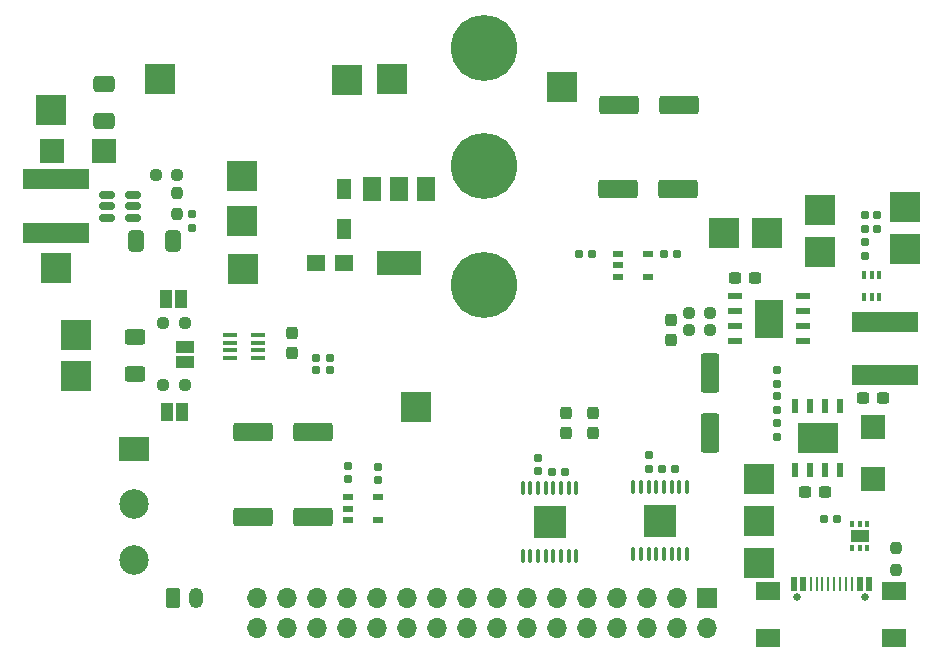
<source format=gbr>
%TF.GenerationSoftware,KiCad,Pcbnew,7.0.1-0*%
%TF.CreationDate,2025-03-27T19:01:43+02:00*%
%TF.ProjectId,EEE3088F_MM_Power_Project,45454533-3038-4384-965f-4d4d5f506f77,rev?*%
%TF.SameCoordinates,Original*%
%TF.FileFunction,Soldermask,Top*%
%TF.FilePolarity,Negative*%
%FSLAX46Y46*%
G04 Gerber Fmt 4.6, Leading zero omitted, Abs format (unit mm)*
G04 Created by KiCad (PCBNEW 7.0.1-0) date 2025-03-27 19:01:43*
%MOMM*%
%LPD*%
G01*
G04 APERTURE LIST*
G04 Aperture macros list*
%AMRoundRect*
0 Rectangle with rounded corners*
0 $1 Rounding radius*
0 $2 $3 $4 $5 $6 $7 $8 $9 X,Y pos of 4 corners*
0 Add a 4 corners polygon primitive as box body*
4,1,4,$2,$3,$4,$5,$6,$7,$8,$9,$2,$3,0*
0 Add four circle primitives for the rounded corners*
1,1,$1+$1,$2,$3*
1,1,$1+$1,$4,$5*
1,1,$1+$1,$6,$7*
1,1,$1+$1,$8,$9*
0 Add four rect primitives between the rounded corners*
20,1,$1+$1,$2,$3,$4,$5,0*
20,1,$1+$1,$4,$5,$6,$7,0*
20,1,$1+$1,$6,$7,$8,$9,0*
20,1,$1+$1,$8,$9,$2,$3,0*%
G04 Aperture macros list end*
%ADD10RoundRect,0.250000X-1.412500X-0.550000X1.412500X-0.550000X1.412500X0.550000X-1.412500X0.550000X0*%
%ADD11R,2.500000X2.500000*%
%ADD12RoundRect,0.250000X-0.350000X-0.625000X0.350000X-0.625000X0.350000X0.625000X-0.350000X0.625000X0*%
%ADD13O,1.200000X1.750000*%
%ADD14R,0.600000X1.300000*%
%ADD15R,3.500000X2.500000*%
%ADD16RoundRect,0.155000X0.155000X-0.212500X0.155000X0.212500X-0.155000X0.212500X-0.155000X-0.212500X0*%
%ADD17RoundRect,0.250000X0.650000X-0.412500X0.650000X0.412500X-0.650000X0.412500X-0.650000X-0.412500X0*%
%ADD18RoundRect,0.150000X-0.512500X-0.150000X0.512500X-0.150000X0.512500X0.150000X-0.512500X0.150000X0*%
%ADD19RoundRect,0.237500X0.300000X0.237500X-0.300000X0.237500X-0.300000X-0.237500X0.300000X-0.237500X0*%
%ADD20RoundRect,0.250000X1.412500X0.550000X-1.412500X0.550000X-1.412500X-0.550000X1.412500X-0.550000X0*%
%ADD21R,1.296012X1.757506*%
%ADD22R,1.700000X1.700000*%
%ADD23O,1.700000X1.700000*%
%ADD24RoundRect,0.155000X0.212500X0.155000X-0.212500X0.155000X-0.212500X-0.155000X0.212500X-0.155000X0*%
%ADD25C,0.649987*%
%ADD26R,2.020015X1.500000*%
%ADD27R,0.500000X1.150013*%
%ADD28R,0.259995X1.150013*%
%ADD29RoundRect,0.237500X-0.250000X-0.237500X0.250000X-0.237500X0.250000X0.237500X-0.250000X0.237500X0*%
%ADD30RoundRect,0.237500X-0.237500X0.250000X-0.237500X-0.250000X0.237500X-0.250000X0.237500X0.250000X0*%
%ADD31RoundRect,0.160000X0.160000X-0.197500X0.160000X0.197500X-0.160000X0.197500X-0.160000X-0.197500X0*%
%ADD32RoundRect,0.237500X0.237500X-0.300000X0.237500X0.300000X-0.237500X0.300000X-0.237500X-0.300000X0*%
%ADD33C,5.600000*%
%ADD34R,5.700000X1.700000*%
%ADD35O,0.350013X1.300000*%
%ADD36R,2.740005X2.740005*%
%ADD37RoundRect,0.237500X-0.237500X0.300000X-0.237500X-0.300000X0.237500X-0.300000X0.237500X0.300000X0*%
%ADD38RoundRect,0.160000X-0.160000X0.197500X-0.160000X-0.197500X0.160000X-0.197500X0.160000X0.197500X0*%
%ADD39R,0.900000X0.500000*%
%ADD40R,1.000000X1.500000*%
%ADD41R,1.500000X1.358903*%
%ADD42RoundRect,0.250000X-0.550000X1.412500X-0.550000X-1.412500X0.550000X-1.412500X0.550000X1.412500X0*%
%ADD43RoundRect,0.250000X-0.412500X-0.650000X0.412500X-0.650000X0.412500X0.650000X-0.412500X0.650000X0*%
%ADD44R,0.350013X0.500000*%
%ADD45R,1.600000X1.000000*%
%ADD46O,1.251994X0.364008*%
%ADD47R,0.364008X0.650013*%
%ADD48RoundRect,0.160000X0.197500X0.160000X-0.197500X0.160000X-0.197500X-0.160000X0.197500X-0.160000X0*%
%ADD49RoundRect,0.155000X-0.155000X0.212500X-0.155000X-0.212500X0.155000X-0.212500X0.155000X0.212500X0*%
%ADD50R,1.500000X2.000000*%
%ADD51R,3.800000X2.000000*%
%ADD52RoundRect,0.237500X-0.300000X-0.237500X0.300000X-0.237500X0.300000X0.237500X-0.300000X0.237500X0*%
%ADD53RoundRect,0.250000X-0.625000X0.400000X-0.625000X-0.400000X0.625000X-0.400000X0.625000X0.400000X0*%
%ADD54R,2.000000X2.000000*%
%ADD55RoundRect,0.155000X-0.212500X-0.155000X0.212500X-0.155000X0.212500X0.155000X-0.212500X0.155000X0*%
%ADD56R,1.200000X0.600000*%
%ADD57R,2.400000X3.300000*%
%ADD58R,1.500000X1.000000*%
%ADD59R,2.500000X2.100000*%
%ADD60C,2.500000*%
G04 APERTURE END LIST*
D10*
%TO.C,C31*%
X120070800Y-132156200D03*
X125145800Y-132156200D03*
%TD*%
D11*
%TO.C,5V_R1_TP1*%
X119126000Y-110490000D03*
%TD*%
D12*
%TO.C,J1*%
X113290600Y-146177000D03*
D13*
X115290600Y-146177000D03*
%TD*%
D14*
%TO.C,U4*%
X169824403Y-129956804D03*
X168554400Y-129956804D03*
X167284398Y-129956804D03*
X166014395Y-129956804D03*
X166014395Y-135356600D03*
X167284398Y-135356600D03*
X168554400Y-135356600D03*
X169824403Y-135356600D03*
D15*
X167919399Y-132656829D03*
%TD*%
D16*
%TO.C,C11*%
X144246600Y-135441500D03*
X144246600Y-134306500D03*
%TD*%
D17*
%TO.C,C2*%
X107442000Y-105829500D03*
X107442000Y-102704500D03*
%TD*%
D11*
%TO.C,L_TP_1*%
X103428800Y-118262400D03*
%TD*%
D18*
%TO.C,U1*%
X107701500Y-112080000D03*
X107701500Y-113030000D03*
X107701500Y-113980000D03*
X109976500Y-113980000D03*
X109976500Y-113030000D03*
X109976500Y-112080000D03*
%TD*%
D19*
%TO.C,C9*%
X162609700Y-119075200D03*
X160884700Y-119075200D03*
%TD*%
D20*
%TO.C,C30*%
X125171200Y-139293600D03*
X120096200Y-139293600D03*
%TD*%
D11*
%TO.C,9-5V_R1_TP1*%
X162941000Y-136144000D03*
%TD*%
D21*
%TO.C,C4*%
X127762000Y-111597691D03*
X127762000Y-114970309D03*
%TD*%
D22*
%TO.C,J2*%
X158572200Y-146227800D03*
D23*
X158572200Y-148767800D03*
X156032200Y-146227800D03*
X156032200Y-148767800D03*
X153492200Y-146227800D03*
X153492200Y-148767800D03*
X150952200Y-146227800D03*
X150952200Y-148767800D03*
X148412200Y-146227800D03*
X148412200Y-148767800D03*
X145872200Y-146227800D03*
X145872200Y-148767800D03*
X143332200Y-146227800D03*
X143332200Y-148767800D03*
X140792200Y-146227800D03*
X140792200Y-148767800D03*
X138252200Y-146227800D03*
X138252200Y-148767800D03*
X135712200Y-146227800D03*
X135712200Y-148767800D03*
X133172200Y-146227800D03*
X133172200Y-148767800D03*
X130632200Y-146227800D03*
X130632200Y-148767800D03*
X128092200Y-146227800D03*
X128092200Y-148767800D03*
X125552200Y-146227800D03*
X125552200Y-148767800D03*
X123012200Y-146227800D03*
X123012200Y-148767800D03*
X120472200Y-146227800D03*
X120472200Y-148767800D03*
%TD*%
D24*
%TO.C,C16*%
X155846400Y-135280400D03*
X154711400Y-135280400D03*
%TD*%
D11*
%TO.C,5V_R2_TP1*%
X119253000Y-118364000D03*
%TD*%
D24*
%TO.C,C33*%
X156015500Y-117094000D03*
X154880500Y-117094000D03*
%TD*%
D25*
%TO.C,U7*%
X166174918Y-146108677D03*
X171954954Y-146108677D03*
D26*
X174394883Y-145608550D03*
X174394883Y-149608550D03*
X163734989Y-149608550D03*
X163734989Y-145608550D03*
D27*
X165865038Y-145034000D03*
X166664885Y-145034000D03*
D28*
X167815000Y-145034000D03*
X168815000Y-145034000D03*
X169314872Y-145034000D03*
X170314618Y-145034000D03*
D27*
X171464987Y-145034000D03*
X172265088Y-145034000D03*
D28*
X170815000Y-145034000D03*
X169815000Y-145034000D03*
X168314872Y-145034000D03*
X167314872Y-145034000D03*
%TD*%
D29*
%TO.C,R5*%
X112511500Y-128159000D03*
X114336500Y-128159000D03*
%TD*%
D30*
%TO.C,R15*%
X174498000Y-141962500D03*
X174498000Y-143787500D03*
%TD*%
D31*
%TO.C,R10*%
X171907200Y-114957900D03*
X171907200Y-113762900D03*
%TD*%
D10*
%TO.C,C20*%
X150982600Y-111531400D03*
X156057600Y-111531400D03*
%TD*%
D32*
%TO.C,C17*%
X148844000Y-132231300D03*
X148844000Y-130506300D03*
%TD*%
%TO.C,C14*%
X146583400Y-132256700D03*
X146583400Y-130531700D03*
%TD*%
D30*
%TO.C,R3*%
X113665000Y-111863500D03*
X113665000Y-113688500D03*
%TD*%
D11*
%TO.C,CHRG_SelectR2_TP1*%
X175336200Y-116636800D03*
%TD*%
D33*
%TO.C,H1*%
X139649200Y-119659099D03*
%TD*%
D24*
%TO.C,C12*%
X146532600Y-135483600D03*
X145397600Y-135483600D03*
%TD*%
D33*
%TO.C,H3*%
X139649200Y-109659099D03*
%TD*%
D34*
%TO.C,L3*%
X173583600Y-127330200D03*
X173583600Y-122830200D03*
%TD*%
D35*
%TO.C,U8*%
X142936717Y-142600813D03*
X143586705Y-142600813D03*
X144236692Y-142600813D03*
X144886933Y-142600813D03*
X145536921Y-142600813D03*
X146186908Y-142600813D03*
X146836895Y-142600813D03*
X147486883Y-142600813D03*
X147486883Y-136900787D03*
X146836895Y-136900787D03*
X146186908Y-136900787D03*
X145536921Y-136900787D03*
X144886933Y-136900787D03*
X144236692Y-136900787D03*
X143586705Y-136900787D03*
X142936717Y-136900787D03*
D36*
X145211800Y-139750800D03*
%TD*%
D11*
%TO.C,5V_TP1*%
X112191800Y-102260400D03*
%TD*%
D37*
%TO.C,C7*%
X155498800Y-122657700D03*
X155498800Y-124382700D03*
%TD*%
D38*
%TO.C,R13*%
X164490399Y-126889702D03*
X164490399Y-128084702D03*
%TD*%
%TO.C,R4*%
X114935000Y-113702500D03*
X114935000Y-114897500D03*
%TD*%
D29*
%TO.C,R2*%
X111863500Y-110363000D03*
X113688500Y-110363000D03*
%TD*%
D34*
%TO.C,L2*%
X103428800Y-115254600D03*
X103428800Y-110754600D03*
%TD*%
D11*
%TO.C,CHRG_SelectR1_TP1*%
X168122600Y-116916200D03*
%TD*%
D39*
%TO.C,U12*%
X150977600Y-117073676D03*
X150977600Y-118023638D03*
X150977600Y-118973600D03*
X153577550Y-118973600D03*
X153577550Y-117073676D03*
%TD*%
D40*
%TO.C,JP2*%
X114011500Y-120909000D03*
X112711500Y-120909000D03*
%TD*%
D11*
%TO.C,CHRG_VinR_TP1*%
X159943800Y-115265200D03*
%TD*%
D31*
%TO.C,R12*%
X164490399Y-132563800D03*
X164490399Y-131368800D03*
%TD*%
D41*
%TO.C,C5*%
X127818898Y-117856000D03*
X125419102Y-117856000D03*
%TD*%
D39*
%TO.C,U14*%
X128117600Y-137668000D03*
X128117600Y-138617962D03*
X128117600Y-139567924D03*
X130717550Y-139567924D03*
X130717550Y-137668000D03*
%TD*%
D11*
%TO.C,9V_TP1*%
X133858000Y-130048000D03*
%TD*%
D20*
%TO.C,C21*%
X156133800Y-104419400D03*
X151058800Y-104419400D03*
%TD*%
D16*
%TO.C,C15*%
X153593800Y-135238300D03*
X153593800Y-134103300D03*
%TD*%
D29*
%TO.C,R6*%
X112511500Y-122909000D03*
X114336500Y-122909000D03*
%TD*%
D42*
%TO.C,C10*%
X158775403Y-127106600D03*
X158775403Y-132181600D03*
%TD*%
D11*
%TO.C,9-5V_VSense_TP1*%
X162915600Y-139700000D03*
%TD*%
D43*
%TO.C,C1*%
X110159000Y-115951000D03*
X113284000Y-115951000D03*
%TD*%
D44*
%TO.C,U9*%
X170799987Y-141969924D03*
X171449975Y-141969924D03*
X172099962Y-141969924D03*
X172099962Y-139969924D03*
X171449975Y-139969924D03*
X170799987Y-139969924D03*
D45*
X171449975Y-140969924D03*
%TD*%
D29*
%TO.C,R8*%
X156999300Y-122021600D03*
X158824300Y-122021600D03*
%TD*%
D46*
%TO.C,U2*%
X120562560Y-125884108D03*
X120562560Y-125234121D03*
X120562560Y-124584133D03*
X120562560Y-123933892D03*
X118110440Y-123933892D03*
X118110440Y-124584133D03*
X118110440Y-125234121D03*
X118110440Y-125884108D03*
%TD*%
D11*
%TO.C,Shunt_TP1*%
X105086500Y-127409000D03*
%TD*%
D47*
%TO.C,U6*%
X173130974Y-118830800D03*
X172480987Y-118830800D03*
X171831000Y-118830800D03*
X171831000Y-120730724D03*
X172480987Y-120730724D03*
X173130974Y-120730724D03*
%TD*%
D11*
%TO.C,3V3_TP1*%
X128016000Y-102362000D03*
%TD*%
D48*
%TO.C,R17*%
X126632300Y-125857000D03*
X125437300Y-125857000D03*
%TD*%
%TO.C,R16*%
X126632300Y-126856400D03*
X125437300Y-126856400D03*
%TD*%
D49*
%TO.C,C28*%
X130683000Y-135068500D03*
X130683000Y-136203500D03*
%TD*%
D37*
%TO.C,C3*%
X123393200Y-123749900D03*
X123393200Y-125474900D03*
%TD*%
D29*
%TO.C,R7*%
X157001200Y-123520200D03*
X158826200Y-123520200D03*
%TD*%
D33*
%TO.C,H2*%
X139649200Y-99659099D03*
%TD*%
D11*
%TO.C,CHRG_SelectR1_TP2*%
X168122600Y-113334800D03*
%TD*%
D50*
%TO.C,U3*%
X134761000Y-111531000D03*
X132461000Y-111531000D03*
D51*
X132461000Y-117831000D03*
D50*
X130161000Y-111531000D03*
%TD*%
D11*
%TO.C,9-5V_R2_TP1*%
X162941000Y-143205200D03*
%TD*%
D52*
%TO.C,C8*%
X171755899Y-129227702D03*
X173480899Y-129227702D03*
%TD*%
D40*
%TO.C,JP1*%
X112786500Y-130409000D03*
X114086500Y-130409000D03*
%TD*%
D11*
%TO.C,CHRG_SelectR2_TP2*%
X175336200Y-113106200D03*
%TD*%
D53*
%TO.C,R1*%
X110086500Y-124109000D03*
X110086500Y-127209000D03*
%TD*%
D49*
%TO.C,C32*%
X128117600Y-135009000D03*
X128117600Y-136144000D03*
%TD*%
D31*
%TO.C,R9*%
X171907200Y-117243900D03*
X171907200Y-116048900D03*
%TD*%
D54*
%TO.C,D2*%
X172618399Y-136126600D03*
X172618399Y-131726804D03*
%TD*%
D55*
%TO.C,C23*%
X147692300Y-117068600D03*
X148827300Y-117068600D03*
%TD*%
D54*
%TO.C,D1*%
X107482898Y-108331000D03*
X103083102Y-108331000D03*
%TD*%
D31*
%TO.C,R11*%
X172923200Y-114945800D03*
X172923200Y-113750800D03*
%TD*%
D11*
%TO.C,L_TP_2*%
X102997000Y-104902000D03*
%TD*%
D56*
%TO.C,U5*%
X166700204Y-124447302D03*
X166700204Y-123177299D03*
X166700204Y-121907297D03*
X166700204Y-120637294D03*
X160883592Y-120637294D03*
X160883592Y-121907297D03*
X160883592Y-123177299D03*
X160883592Y-124447302D03*
D57*
X163791898Y-122542298D03*
%TD*%
D11*
%TO.C,5V_FB_TP1*%
X119126000Y-114300000D03*
%TD*%
%TO.C,Shunt_TP2*%
X105086500Y-123909000D03*
%TD*%
D38*
%TO.C,R14*%
X164490399Y-129120300D03*
X164490399Y-130315300D03*
%TD*%
D58*
%TO.C,JP3*%
X114336500Y-124909000D03*
X114336500Y-126209000D03*
%TD*%
D11*
%TO.C,CHRG_VinR_TP2*%
X163576000Y-115265200D03*
%TD*%
D35*
%TO.C,U10*%
X152294834Y-142494000D03*
X152944822Y-142494000D03*
X153594809Y-142494000D03*
X154245050Y-142494000D03*
X154895038Y-142494000D03*
X155545025Y-142494000D03*
X156195012Y-142494000D03*
X156845000Y-142494000D03*
X156845000Y-136793974D03*
X156195012Y-136793974D03*
X155545025Y-136793974D03*
X154895038Y-136793974D03*
X154245050Y-136793974D03*
X153594809Y-136793974D03*
X152944822Y-136793974D03*
X152294834Y-136793974D03*
D36*
X154569917Y-139643987D03*
%TD*%
D52*
%TO.C,C6*%
X166804000Y-137210800D03*
X168529000Y-137210800D03*
%TD*%
D11*
%TO.C,BAT_TP1*%
X131876800Y-102260400D03*
%TD*%
%TO.C,GND_TP1*%
X146278600Y-102946200D03*
%TD*%
D59*
%TO.C,U11*%
X110000000Y-133549975D03*
D60*
X110000000Y-138250000D03*
X110000000Y-142950025D03*
%TD*%
D24*
%TO.C,C13*%
X169579100Y-139471400D03*
X168444100Y-139471400D03*
%TD*%
M02*

</source>
